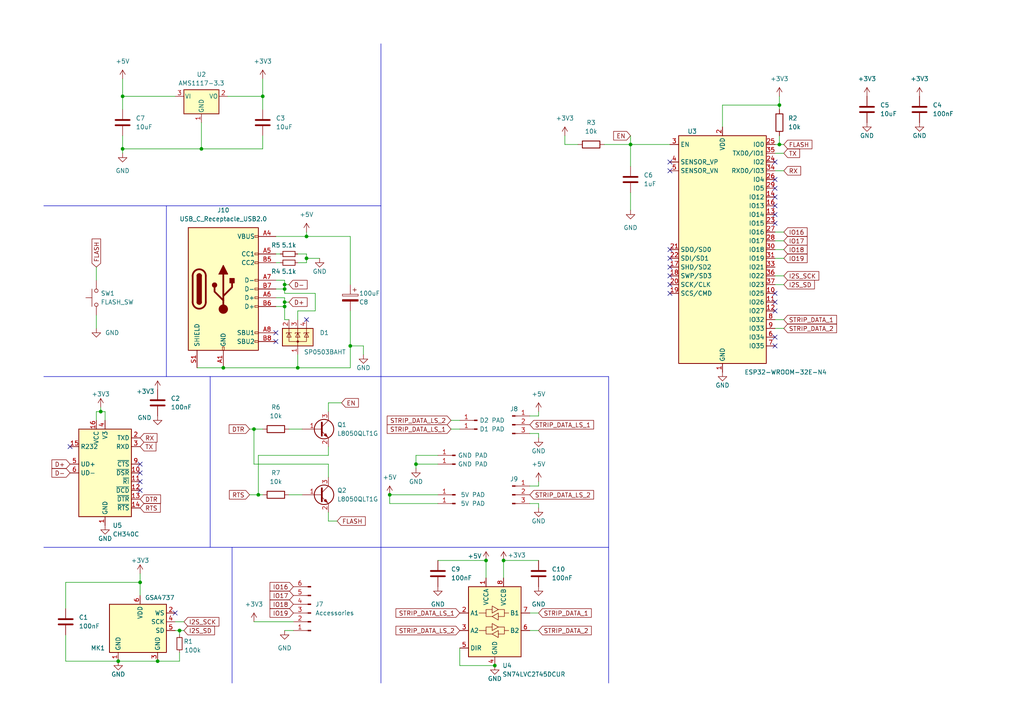
<source format=kicad_sch>
(kicad_sch (version 20231120) (generator "eeschema") (generator_version "8.0")
  (paper "A4")
  (title_block (title "USBWLEDC") (date "2024-12-23") (rev "1.2") (company "Yannik25"))
  (lib_symbols
    (symbol "+5V_1" (power) (pin_names (offset 0))
      (property "Value" "+5V_1" (at 0 3.556 0))
      (symbol "+5V_1_1_1"
        (pin power_in line (at 0 0 90) (length 0) hide (name "+5V") (number "1"))
      )
    )
    (symbol "+5V_2" (power) (pin_names (offset 0))
      (property "Value" "+5V_2" (at 0 3.556 0))
      (symbol "+5V_2_1_1"
        (pin power_in line (at 0 0 90) (length 0) hide (name "+5V") (number "1"))
      )
    )
    (symbol "Connector:Conn_01x01_Pin" (pin_names (offset 1.016) hide)
      (property "Reference" "J" (at 0 2.54 0))
      (property "Value" "Conn_01x01_Pin" (at 0 -2.54 0))
      (symbol "Conn_01x01_Pin_1_1"
        (pin passive line (at 5.08 0 180) (length 3.81) (name "Pin_1") (number "1"))
      )
    )
    (symbol "Connector:Conn_01x03_Pin" (pin_names (offset 1.016) hide)
      (property "Reference" "J" (at 0 5.08 0))
      (property "Value" "Conn_01x03_Pin" (at 0 -5.08 0))
      (symbol "Conn_01x03_Pin_1_1"
        (pin passive line (at 5.08 2.54 180) (length 3.81) (name "Pin_1") (number "1"))
        (pin passive line (at 5.08 0 180) (length 3.81) (name "Pin_2") (number "2"))
        (pin passive line (at 5.08 -2.54 180) (length 3.81) (name "Pin_3") (number "3"))
      )
    )
    (symbol "Connector:Conn_01x06_Pin" (pin_names (offset 1.016) hide)
      (property "Reference" "J" (at 0 7.62 0))
      (property "Value" "Conn_01x06_Pin" (at 0 -10.16 0))
      (symbol "Conn_01x06_Pin_1_1"
        (pin passive line (at 5.08 5.08 180) (length 3.81) (name "Pin_1") (number "1"))
        (pin passive line (at 5.08 2.54 180) (length 3.81) (name "Pin_2") (number "2"))
        (pin passive line (at 5.08 0 180) (length 3.81) (name "Pin_3") (number "3"))
        (pin passive line (at 5.08 -2.54 180) (length 3.81) (name "Pin_4") (number "4"))
        (pin passive line (at 5.08 -5.08 180) (length 3.81) (name "Pin_5") (number "5"))
        (pin passive line (at 5.08 -7.62 180) (length 3.81) (name "Pin_6") (number "6"))
      )
    )
    (symbol "Connector:USB_C_Receptacle_USB2.0" (pin_names (offset 1.016))
      (property "Reference" "J" (at -10.16 19.05 0))
      (property "Value" "USB_C_Receptacle_USB2.0" (at 19.05 19.05 0))
      (symbol "USB_C_Receptacle_USB2.0_1_1"
        (pin passive line (at 0 -22.86 90) (length 5.08) (name "GND") (number "A1"))
        (pin passive line (at 0 -22.86 90) (length 5.08) hide (name "GND") (number "A12"))
        (pin passive line (at 15.24 15.24 180) (length 5.08) (name "VBUS") (number "A4"))
        (pin bidirectional line (at 15.24 10.16 180) (length 5.08) (name "CC1") (number "A5"))
        (pin bidirectional line (at 15.24 -2.54 180) (length 5.08) (name "D+") (number "A6"))
        (pin bidirectional line (at 15.24 2.54 180) (length 5.08) (name "D-") (number "A7"))
        (pin bidirectional line (at 15.24 -12.7 180) (length 5.08) (name "SBU1") (number "A8"))
        (pin passive line (at 15.24 15.24 180) (length 5.08) hide (name "VBUS") (number "A9"))
        (pin passive line (at 0 -22.86 90) (length 5.08) hide (name "GND") (number "B1"))
        (pin passive line (at 0 -22.86 90) (length 5.08) hide (name "GND") (number "B12"))
        (pin passive line (at 15.24 15.24 180) (length 5.08) hide (name "VBUS") (number "B4"))
        (pin bidirectional line (at 15.24 7.62 180) (length 5.08) (name "CC2") (number "B5"))
        (pin bidirectional line (at 15.24 -5.08 180) (length 5.08) (name "D+") (number "B6"))
        (pin bidirectional line (at 15.24 0 180) (length 5.08) (name "D-") (number "B7"))
        (pin bidirectional line (at 15.24 -15.24 180) (length 5.08) (name "SBU2") (number "B8"))
        (pin passive line (at 15.24 15.24 180) (length 5.08) hide (name "VBUS") (number "B9"))
        (pin passive line (at -7.62 -22.86 90) (length 5.08) (name "SHIELD") (number "S1"))
      )
    )
    (symbol "Device:C" (pin_numbers hide) (pin_names (offset 0.254))
      (property "Reference" "C" (at 0.635 2.54 0))
      (property "Value" "C" (at 0.635 -2.54 0))
      (symbol "C_1_1"
        (pin passive line (at 0 3.81 270) (length 2.794) (name "~") (number "1"))
        (pin passive line (at 0 -3.81 90) (length 2.794) (name "~") (number "2"))
      )
    )
    (symbol "Device:C_Polarized" (pin_numbers hide) (pin_names (offset 0.254))
      (property "Reference" "C" (at 0.635 2.54 0))
      (property "Value" "C_Polarized" (at 0.635 -2.54 0))
      (symbol "C_Polarized_1_1"
        (pin passive line (at 0 3.81 270) (length 2.794) (name "~") (number "1"))
        (pin passive line (at 0 -3.81 90) (length 2.794) (name "~") (number "2"))
      )
    )
    (symbol "Device:R" (pin_numbers hide) (pin_names (offset 0))
      (property "Reference" "R" (at 2.032 0 90))
      (property "Value" "R" (at 0 0 90))
      (symbol "R_1_1"
        (pin passive line (at 0 3.81 270) (length 1.27) (name "~") (number "1"))
        (pin passive line (at 0 -3.81 90) (length 1.27) (name "~") (number "2"))
      )
    )
    (symbol "Device:R_Small" (pin_numbers hide) (pin_names (offset 0.254) hide)
      (property "Reference" "R" (at 0.762 0.508 0))
      (property "Value" "R_Small" (at 0.762 -1.016 0))
      (symbol "R_Small_1_1"
        (pin passive line (at 0 2.54 270) (length 0.762) (name "~") (number "1"))
        (pin passive line (at 0 -2.54 90) (length 0.762) (name "~") (number "2"))
      )
    )
    (symbol "GND_1" (power) (pin_names (offset 0))
      (property "Value" "GND_1" (at 0 -3.81 0))
      (symbol "GND_1_1_1"
        (pin power_in line (at 0 0 270) (length 0) hide (name "GND") (number "1"))
      )
    )
    (symbol "GND_2" (power) (pin_names (offset 0))
      (property "Value" "GND_2" (at 0 -3.81 0))
      (symbol "GND_2_1_1"
        (pin power_in line (at 0 0 270) (length 0) hide (name "GND") (number "1"))
      )
    )
    (symbol "GND_3" (power) (pin_names (offset 0))
      (property "Value" "GND_3" (at 0 -3.81 0))
      (symbol "GND_3_1_1"
        (pin power_in line (at 0 0 270) (length 0) hide (name "GND") (number "1"))
      )
    )
    (symbol "GND_4" (power) (pin_names (offset 0))
      (property "Value" "GND_4" (at 0 -3.81 0))
      (symbol "GND_4_1_1"
        (pin power_in line (at 0 0 270) (length 0) hide (name "GND") (number "1"))
      )
    )
    (symbol "GND_5" (power) (pin_names (offset 0))
      (property "Value" "GND_5" (at 0 -3.81 0))
      (symbol "GND_5_1_1"
        (pin power_in line (at 0 0 270) (length 0) hide (name "GND") (number "1"))
      )
    )
    (symbol "Interface_USB:CH340C"
      (property "Reference" "U" (at -5.08 13.97 0))
      (property "Value" "CH340C" (at 1.27 13.97 0))
      (symbol "CH340C_1_1"
        (pin power_in line (at 0 -15.24 90) (length 2.54) (name "GND") (number "1"))
        (pin input line (at 10.16 0 180) (length 2.54) (name "~{DSR}") (number "10"))
        (pin input line (at 10.16 -2.54 180) (length 2.54) (name "~{RI}") (number "11"))
        (pin input line (at 10.16 -5.08 180) (length 2.54) (name "~{DCD}") (number "12"))
        (pin output line (at 10.16 -7.62 180) (length 2.54) (name "~{DTR}") (number "13"))
        (pin output line (at 10.16 -10.16 180) (length 2.54) (name "~{RTS}") (number "14"))
        (pin input line (at -10.16 7.62 0) (length 2.54) (name "R232") (number "15"))
        (pin power_in line (at -2.54 15.24 270) (length 2.54) (name "VCC") (number "16"))
        (pin output line (at 10.16 10.16 180) (length 2.54) (name "TXD") (number "2"))
        (pin input line (at 10.16 7.62 180) (length 2.54) (name "RXD") (number "3"))
        (pin power_out line (at 0 15.24 270) (length 2.54) (name "V3") (number "4"))
        (pin bidirectional line (at -10.16 2.54 0) (length 2.54) (name "UD+") (number "5"))
        (pin bidirectional line (at -10.16 0 0) (length 2.54) (name "UD-") (number "6"))
        (pin no_connect line (at -7.62 -5.08 0) (length 2.54) hide (name "NC") (number "7"))
        (pin no_connect line (at -7.62 -7.62 0) (length 2.54) hide (name "NC") (number "8"))
        (pin input line (at 10.16 2.54 180) (length 2.54) (name "~{CTS}") (number "9"))
      )
    )
    (symbol "Logic_LevelTranslator:SN74LVC2T45DCUR"
      (property "Reference" "U" (at -6.35 11.43 0))
      (property "Value" "SN74LVC2T45DCUR" (at 3.81 11.43 0))
      (symbol "SN74LVC2T45DCUR_1_1"
        (pin power_in line (at -2.54 12.7 270) (length 2.54) (name "VCCA") (number "1"))
        (pin bidirectional line (at -10.16 2.54 0) (length 2.54) (name "A1") (number "2"))
        (pin bidirectional line (at -10.16 -2.54 0) (length 2.54) (name "A2") (number "3"))
        (pin power_in line (at 0 -12.7 90) (length 2.54) (name "GND") (number "4"))
        (pin input line (at -10.16 -7.62 0) (length 2.54) (name "DIR") (number "5"))
        (pin bidirectional line (at 10.16 -2.54 180) (length 2.54) (name "B2") (number "6"))
        (pin bidirectional line (at 10.16 2.54 180) (length 2.54) (name "B1") (number "7"))
        (pin power_in line (at 2.54 12.7 270) (length 2.54) (name "VCCB") (number "8"))
      )
    )
    (symbol "Power_Protection:SP0503BAHT" (pin_names hide)
      (property "Reference" "D" (at 5.715 2.54 0))
      (property "Value" "SP0503BAHT" (at 5.715 0.635 0))
      (symbol "SP0503BAHT_0_0"
        (pin passive line (at 0 -5.08 90) (length 2.54) (name "A") (number "1"))
      )
      (symbol "SP0503BAHT_1_1"
        (pin passive line (at -2.54 5.08 270) (length 2.54) (name "K") (number "2"))
        (pin passive line (at 0 5.08 270) (length 2.54) (name "K") (number "3"))
        (pin passive line (at 2.54 5.08 270) (length 2.54) (name "K") (number "4"))
      )
    )
    (symbol "RF_Module:ESP32-WROOM-32"
      (property "Reference" "U" (at -12.7 34.29 0))
      (property "Value" "ESP32-WROOM-32" (at 1.27 34.29 0))
      (symbol "ESP32-WROOM-32_1_1"
        (pin power_in line (at 0 -35.56 90) (length 2.54) (name "GND") (number "1"))
        (pin bidirectional line (at 15.24 -12.7 180) (length 2.54) (name "IO25") (number "10"))
        (pin bidirectional line (at 15.24 -15.24 180) (length 2.54) (name "IO26") (number "11"))
        (pin bidirectional line (at 15.24 -17.78 180) (length 2.54) (name "IO27") (number "12"))
        (pin bidirectional line (at 15.24 10.16 180) (length 2.54) (name "IO14") (number "13"))
        (pin bidirectional line (at 15.24 15.24 180) (length 2.54) (name "IO12") (number "14"))
        (pin passive line (at 0 -35.56 90) (length 2.54) hide (name "GND") (number "15"))
        (pin bidirectional line (at 15.24 12.7 180) (length 2.54) (name "IO13") (number "16"))
        (pin bidirectional line (at -15.24 -5.08 0) (length 2.54) (name "SHD/SD2") (number "17"))
        (pin bidirectional line (at -15.24 -7.62 0) (length 2.54) (name "SWP/SD3") (number "18"))
        (pin bidirectional line (at -15.24 -12.7 0) (length 2.54) (name "SCS/CMD") (number "19"))
        (pin power_in line (at 0 35.56 270) (length 2.54) (name "VDD") (number "2"))
        (pin bidirectional line (at -15.24 -10.16 0) (length 2.54) (name "SCK/CLK") (number "20"))
        (pin bidirectional line (at -15.24 0 0) (length 2.54) (name "SDO/SD0") (number "21"))
        (pin bidirectional line (at -15.24 -2.54 0) (length 2.54) (name "SDI/SD1") (number "22"))
        (pin bidirectional line (at 15.24 7.62 180) (length 2.54) (name "IO15") (number "23"))
        (pin bidirectional line (at 15.24 25.4 180) (length 2.54) (name "IO2") (number "24"))
        (pin bidirectional line (at 15.24 30.48 180) (length 2.54) (name "IO0") (number "25"))
        (pin bidirectional line (at 15.24 20.32 180) (length 2.54) (name "IO4") (number "26"))
        (pin bidirectional line (at 15.24 5.08 180) (length 2.54) (name "IO16") (number "27"))
        (pin bidirectional line (at 15.24 2.54 180) (length 2.54) (name "IO17") (number "28"))
        (pin bidirectional line (at 15.24 17.78 180) (length 2.54) (name "IO5") (number "29"))
        (pin input line (at -15.24 30.48 0) (length 2.54) (name "EN") (number "3"))
        (pin bidirectional line (at 15.24 0 180) (length 2.54) (name "IO18") (number "30"))
        (pin bidirectional line (at 15.24 -2.54 180) (length 2.54) (name "IO19") (number "31"))
        (pin no_connect line (at -12.7 -27.94 0) (length 2.54) hide (name "NC") (number "32"))
        (pin bidirectional line (at 15.24 -5.08 180) (length 2.54) (name "IO21") (number "33"))
        (pin bidirectional line (at 15.24 22.86 180) (length 2.54) (name "RXD0/IO3") (number "34"))
        (pin bidirectional line (at 15.24 27.94 180) (length 2.54) (name "TXD0/IO1") (number "35"))
        (pin bidirectional line (at 15.24 -7.62 180) (length 2.54) (name "IO22") (number "36"))
        (pin bidirectional line (at 15.24 -10.16 180) (length 2.54) (name "IO23") (number "37"))
        (pin passive line (at 0 -35.56 90) (length 2.54) hide (name "GND") (number "38"))
        (pin passive line (at 0 -35.56 90) (length 2.54) hide (name "GND") (number "39"))
        (pin input line (at -15.24 25.4 0) (length 2.54) (name "SENSOR_VP") (number "4"))
        (pin input line (at -15.24 22.86 0) (length 2.54) (name "SENSOR_VN") (number "5"))
        (pin input line (at 15.24 -25.4 180) (length 2.54) (name "IO34") (number "6"))
        (pin input line (at 15.24 -27.94 180) (length 2.54) (name "IO35") (number "7"))
        (pin bidirectional line (at 15.24 -20.32 180) (length 2.54) (name "IO32") (number "8"))
        (pin bidirectional line (at 15.24 -22.86 180) (length 2.54) (name "IO33") (number "9"))
      )
    )
    (symbol "Regulator_Linear:AMS1117-3.3" (pin_names (offset 0.254))
      (property "Reference" "U" (at -3.81 3.175 0))
      (property "Value" "AMS1117-3.3" (at 0 3.175 0))
      (symbol "AMS1117-3.3_1_1"
        (pin power_in line (at 0 -7.62 90) (length 2.54) (name "GND") (number "1"))
        (pin power_out line (at 7.62 0 180) (length 2.54) (name "VO") (number "2"))
        (pin power_in line (at -7.62 0 0) (length 2.54) (name "VI") (number "3"))
      )
    )
    (symbol "Switch:SW_Push" (pin_numbers hide) (pin_names (offset 1.016) hide)
      (property "Reference" "SW" (at 1.27 2.54 0))
      (property "Value" "SW_Push" (at 0 -1.524 0))
      (symbol "SW_Push_0_1"
        (pin passive line (at -5.08 0 0) (length 2.54) (name "1") (number "1"))
        (pin passive line (at 5.08 0 180) (length 2.54) (name "2") (number "2"))
      )
    )
    (symbol "Transistor_BJT:SS8050" (pin_names (offset 0) hide)
      (property "Reference" "Q" (at 5.08 1.905 0))
      (property "Value" "SS8050" (at 5.08 0 0))
      (symbol "SS8050_1_1"
        (pin input line (at -5.08 0 0) (length 5.715) (name "B") (number "1"))
        (pin passive line (at 2.54 -5.08 90) (length 2.54) (name "E") (number "2"))
        (pin passive line (at 2.54 5.08 270) (length 2.54) (name "C") (number "3"))
      )
    )
    (symbol "microphone:GSA4737"
      (property "Reference" "MK" (at 11.43 -6.35 0))
      (symbol "GSA4737_1_1"
        (pin power_in line (at -5.08 -10.16 90) (length 2.54) (name "GND") (number "1"))
        (pin input line (at 11.43 3.81 180) (length 2.54) (name "WS") (number "2"))
        (pin power_in line (at 6.35 -10.16 90) (length 2.54) (name "GND") (number "3"))
        (pin input line (at 11.43 1.27 180) (length 2.54) (name "SCK") (number "4"))
        (pin output line (at 11.43 -1.27 180) (length 2.54) (name "SD") (number "5"))
        (pin power_in line (at 1.27 8.89 270) (length 2.54) (name "VDD") (number "6"))
      )
    )
    (symbol "power:+3V3" (power) (pin_names (offset 0))
      (property "Value" "+3V3" (at 0 3.556 0))
      (symbol "+3V3_1_1"
        (pin power_in line (at 0 0 90) (length 0) hide (name "+3V3") (number "1"))
      )
    )
    (symbol "power:+5V" (power) (pin_names (offset 0))
      (property "Value" "+5V" (at 0 3.556 0))
      (symbol "+5V_1_1"
        (pin power_in line (at 0 0 90) (length 0) hide (name "+5V") (number "1"))
      )
    )
    (symbol "power:GND" (power) (pin_names (offset 0))
      (property "Value" "GND" (at 0 -3.81 0))
      (symbol "GND_1_1"
        (pin power_in line (at 0 0 270) (length 0) hide (name "GND") (number "1"))
      )
    )
  )
  (junction (at 226.06 30.48))
  (junction (at 146.05 162.56))
  (junction (at 88.9 68.58))
  (junction (at 64.77 106.68))
  (junction (at 82.55 83.82))
  (junction (at 88.9 74.93))
  (junction (at 82.55 82.55))
  (junction (at 113.03 143.51))
  (junction (at 120.65 134.62))
  (junction (at 226.06 41.91))
  (junction (at 34.29 191.77))
  (junction (at 29.21 119.38))
  (junction (at 182.88 41.91))
  (junction (at 52.07 182.88))
  (junction (at 35.56 43.18))
  (junction (at 40.64 168.91))
  (junction (at 74.93 143.51))
  (junction (at 76.2 27.94))
  (junction (at 143.51 193.04))
  (junction (at 86.36 106.68))
  (junction (at 35.56 27.94))
  (junction (at 140.97 162.56))
  (junction (at 45.72 191.77))
  (junction (at 82.55 88.9))
  (junction (at 82.55 87.63))
  (junction (at 101.6 100.33))
  (junction (at 73.66 124.46))
  (junction (at 58.42 43.18))
  (no_connect (at 80.01 99.06))
  (no_connect (at 224.79 64.77))
  (no_connect (at 224.79 54.61))
  (no_connect (at 194.31 72.39))
  (no_connect (at 194.31 80.01))
  (no_connect (at 224.79 62.23))
  (no_connect (at 194.31 46.99))
  (no_connect (at 224.79 90.17))
  (no_connect (at 224.79 59.69))
  (no_connect (at 40.64 137.16))
  (no_connect (at 50.8 177.8))
  (no_connect (at 194.31 77.47))
  (no_connect (at 40.64 142.24))
  (no_connect (at 194.31 85.09))
  (no_connect (at 224.79 85.09))
  (no_connect (at 224.79 52.07))
  (no_connect (at 194.31 74.93))
  (no_connect (at 20.32 129.54))
  (no_connect (at 194.31 49.53))
  (no_connect (at 224.79 87.63))
  (no_connect (at 224.79 100.33))
  (no_connect (at 40.64 139.7))
  (no_connect (at 80.01 96.52))
  (no_connect (at 40.64 134.62))
  (no_connect (at 224.79 57.15))
  (no_connect (at 88.9 92.71))
  (no_connect (at 224.79 97.79))
  (no_connect (at 224.79 46.99))
  (no_connect (at 194.31 82.55))
  (wire (pts (xy 153.67 177.8) (xy 156.21 177.8)))
  (wire (pts (xy 82.55 81.28) (xy 82.55 82.55)))
  (wire (pts (xy 140.97 167.64) (xy 140.97 162.56)))
  (wire (pts (xy 80.01 86.36) (xy 82.55 86.36)))
  (wire (pts (xy 156.21 140.97) (xy 156.21 139.7)))
  (wire (pts (xy 95.25 151.13) (xy 97.79 151.13)))
  (wire (pts (xy 101.6 106.68) (xy 86.36 106.68)))
  (wire (pts (xy 224.79 44.45) (xy 227.33 44.45)))
  (wire (pts (xy 153.67 140.97) (xy 156.21 140.97)))
  (wire (pts (xy 82.55 182.88) (xy 85.09 182.88)))
  (wire (pts (xy 127 132.08) (xy 120.65 132.08)))
  (wire (pts (xy 146.05 162.56) (xy 156.21 162.56)))
  (wire (pts (xy 82.55 85.09) (xy 91.44 85.09)))
  (wire (pts (xy 58.42 43.18) (xy 76.2 43.18)))
  (polyline (pts (xy 110.49 12.7) (xy 110.49 198.12)))
  (wire (pts (xy 113.03 146.05) (xy 127 146.05)))
  (wire (pts (xy 95.25 148.59) (xy 95.25 151.13)))
  (wire (pts (xy 120.65 134.62) (xy 127 134.62)))
  (wire (pts (xy 82.55 86.36) (xy 82.55 87.63)))
  (wire (pts (xy 156.21 125.73) (xy 153.67 125.73)))
  (polyline (pts (xy 60.96 109.22) (xy 60.96 158.75)))
  (wire (pts (xy 95.25 116.84) (xy 99.06 116.84)))
  (wire (pts (xy 226.06 27.94) (xy 226.06 30.48)))
  (wire (pts (xy 82.55 92.71) (xy 83.82 92.71)))
  (wire (pts (xy 19.05 168.91) (xy 40.64 168.91)))
  (wire (pts (xy 82.55 88.9) (xy 82.55 92.71)))
  (wire (pts (xy 224.79 67.31) (xy 227.33 67.31)))
  (polyline (pts (xy 48.26 59.69) (xy 48.26 109.22)))
  (wire (pts (xy 80.01 76.2) (xy 81.28 76.2)))
  (wire (pts (xy 82.55 82.55) (xy 82.55 83.82)))
  (wire (pts (xy 58.42 35.56) (xy 58.42 43.18)))
  (wire (pts (xy 163.83 41.91) (xy 167.64 41.91)))
  (wire (pts (xy 83.82 143.51) (xy 87.63 143.51)))
  (wire (pts (xy 224.79 49.53) (xy 227.33 49.53)))
  (wire (pts (xy 76.2 27.94) (xy 76.2 31.75)))
  (wire (pts (xy 156.21 147.32) (xy 156.21 146.05)))
  (wire (pts (xy 35.56 43.18) (xy 35.56 39.37)))
  (wire (pts (xy 74.93 143.51) (xy 76.2 143.51)))
  (wire (pts (xy 52.07 182.88) (xy 53.34 182.88)))
  (wire (pts (xy 91.44 85.09) (xy 91.44 90.17)))
  (wire (pts (xy 19.05 176.53) (xy 19.05 168.91)))
  (wire (pts (xy 226.06 41.91) (xy 227.33 41.91)))
  (wire (pts (xy 19.05 191.77) (xy 34.29 191.77)))
  (wire (pts (xy 88.9 74.93) (xy 92.71 74.93)))
  (wire (pts (xy 80.01 73.66) (xy 81.28 73.66)))
  (wire (pts (xy 88.9 74.93) (xy 88.9 76.2)))
  (wire (pts (xy 101.6 100.33) (xy 101.6 106.68)))
  (wire (pts (xy 88.9 73.66) (xy 88.9 74.93)))
  (wire (pts (xy 101.6 100.33) (xy 105.41 100.33)))
  (wire (pts (xy 29.21 118.11) (xy 29.21 119.38)))
  (wire (pts (xy 146.05 167.64) (xy 146.05 162.56)))
  (wire (pts (xy 73.66 124.46) (xy 76.2 124.46)))
  (wire (pts (xy 224.79 80.01) (xy 227.33 80.01)))
  (wire (pts (xy 101.6 68.58) (xy 101.6 82.55)))
  (wire (pts (xy 226.06 30.48) (xy 226.06 31.75)))
  (wire (pts (xy 224.79 92.71) (xy 227.33 92.71)))
  (wire (pts (xy 156.21 120.65) (xy 156.21 119.38)))
  (wire (pts (xy 120.65 132.08) (xy 120.65 134.62)))
  (wire (pts (xy 83.82 82.55) (xy 82.55 82.55)))
  (wire (pts (xy 133.35 193.04) (xy 143.51 193.04)))
  (wire (pts (xy 80.01 83.82) (xy 82.55 83.82)))
  (wire (pts (xy 35.56 31.75) (xy 35.56 27.94)))
  (wire (pts (xy 73.66 180.34) (xy 85.09 180.34)))
  (wire (pts (xy 224.79 41.91) (xy 226.06 41.91)))
  (wire (pts (xy 27.94 95.25) (xy 27.94 91.44)))
  (wire (pts (xy 80.01 88.9) (xy 82.55 88.9)))
  (wire (pts (xy 50.8 182.88) (xy 52.07 182.88)))
  (wire (pts (xy 76.2 22.86) (xy 76.2 27.94)))
  (wire (pts (xy 29.21 119.38) (xy 27.94 119.38)))
  (wire (pts (xy 224.79 95.25) (xy 227.33 95.25)))
  (wire (pts (xy 105.41 102.87) (xy 105.41 100.33)))
  (wire (pts (xy 74.93 132.08) (xy 74.93 143.51)))
  (wire (pts (xy 66.04 27.94) (xy 76.2 27.94)))
  (wire (pts (xy 140.97 162.56) (xy 127 162.56)))
  (wire (pts (xy 156.21 127) (xy 156.21 125.73)))
  (wire (pts (xy 52.07 182.88) (xy 52.07 184.15)))
  (wire (pts (xy 58.42 43.18) (xy 35.56 43.18)))
  (wire (pts (xy 156.21 146.05) (xy 153.67 146.05)))
  (wire (pts (xy 27.94 119.38) (xy 27.94 121.92)))
  (wire (pts (xy 83.82 87.63) (xy 82.55 87.63)))
  (wire (pts (xy 27.94 77.47) (xy 27.94 81.28)))
  (wire (pts (xy 73.66 134.62) (xy 73.66 124.46)))
  (wire (pts (xy 57.15 106.68) (xy 64.77 106.68)))
  (wire (pts (xy 30.48 119.38) (xy 29.21 119.38)))
  (wire (pts (xy 153.67 182.88) (xy 156.21 182.88)))
  (wire (pts (xy 182.88 41.91) (xy 182.88 48.26)))
  (wire (pts (xy 95.25 138.43) (xy 95.25 134.62)))
  (wire (pts (xy 209.55 30.48) (xy 226.06 30.48)))
  (wire (pts (xy 80.01 81.28) (xy 82.55 81.28)))
  (wire (pts (xy 226.06 39.37) (xy 226.06 41.91)))
  (wire (pts (xy 88.9 68.58) (xy 101.6 68.58)))
  (polyline (pts (xy 67.31 158.75) (xy 67.31 198.12)))
  (wire (pts (xy 40.64 168.91) (xy 40.64 172.72)))
  (wire (pts (xy 153.67 120.65) (xy 156.21 120.65)))
  (wire (pts (xy 86.36 90.17) (xy 86.36 92.71)))
  (wire (pts (xy 182.88 39.37) (xy 182.88 41.91)))
  (wire (pts (xy 209.55 36.83) (xy 209.55 30.48)))
  (wire (pts (xy 19.05 191.77) (xy 19.05 184.15)))
  (wire (pts (xy 88.9 67.31) (xy 88.9 68.58)))
  (polyline (pts (xy 12.7 109.22) (xy 176.53 109.22)))
  (polyline (pts (xy 176.53 158.75) (xy 176.53 198.12)))
  (polyline (pts (xy 12.7 59.69) (xy 110.49 59.69)))
  (wire (pts (xy 224.79 82.55) (xy 227.33 82.55)))
  (wire (pts (xy 72.39 143.51) (xy 74.93 143.51)))
  (wire (pts (xy 86.36 73.66) (xy 88.9 73.66)))
  (wire (pts (xy 82.55 87.63) (xy 82.55 88.9)))
  (wire (pts (xy 80.01 68.58) (xy 88.9 68.58)))
  (wire (pts (xy 95.25 119.38) (xy 95.25 116.84)))
  (wire (pts (xy 113.03 143.51) (xy 127 143.51)))
  (wire (pts (xy 224.79 74.93) (xy 227.33 74.93)))
  (wire (pts (xy 182.88 41.91) (xy 194.31 41.91)))
  (wire (pts (xy 76.2 43.18) (xy 76.2 39.37)))
  (wire (pts (xy 50.8 180.34) (xy 53.34 180.34)))
  (wire (pts (xy 35.56 43.18) (xy 35.56 44.45)))
  (wire (pts (xy 130.81 121.92) (xy 133.35 121.92)))
  (wire (pts (xy 113.03 143.51) (xy 113.03 146.05)))
  (polyline (pts (xy 12.7 158.75) (xy 176.53 158.75)))
  (wire (pts (xy 95.25 134.62) (xy 73.66 134.62)))
  (wire (pts (xy 130.81 124.46) (xy 133.35 124.46)))
  (wire (pts (xy 91.44 90.17) (xy 86.36 90.17)))
  (wire (pts (xy 224.79 72.39) (xy 227.33 72.39)))
  (wire (pts (xy 182.88 55.88) (xy 182.88 60.96)))
  (wire (pts (xy 34.29 191.77) (xy 45.72 191.77)))
  (wire (pts (xy 35.56 27.94) (xy 50.8 27.94)))
  (wire (pts (xy 101.6 90.17) (xy 101.6 100.33)))
  (wire (pts (xy 30.48 121.92) (xy 30.48 119.38)))
  (wire (pts (xy 95.25 129.54) (xy 95.25 132.08)))
  (wire (pts (xy 88.9 76.2) (xy 86.36 76.2)))
  (wire (pts (xy 175.26 41.91) (xy 182.88 41.91)))
  (polyline (pts (xy 176.53 109.22) (xy 176.53 158.75)))
  (wire (pts (xy 52.07 189.23) (xy 52.07 191.77)))
  (wire (pts (xy 133.35 187.96) (xy 133.35 193.04)))
  (wire (pts (xy 163.83 41.91) (xy 163.83 39.37)))
  (wire (pts (xy 224.79 69.85) (xy 227.33 69.85)))
  (wire (pts (xy 35.56 22.86) (xy 35.56 27.94)))
  (wire (pts (xy 86.36 102.87) (xy 86.36 106.68)))
  (wire (pts (xy 83.82 124.46) (xy 87.63 124.46)))
  (wire (pts (xy 120.65 134.62) (xy 120.65 135.89)))
  (wire (pts (xy 95.25 132.08) (xy 74.93 132.08)))
  (wire (pts (xy 45.72 191.77) (xy 52.07 191.77)))
  (wire (pts (xy 72.39 124.46) (xy 73.66 124.46)))
  (wire (pts (xy 40.64 166.37) (xy 40.64 168.91)))
  (wire (pts (xy 82.55 83.82) (xy 82.55 85.09)))
  (wire (pts (xy 86.36 106.68) (xy 64.77 106.68)))
  (global_label "IO19" (shape input) (at 227.33 74.93 0) (property "Intersheetrefs" "${INTERSHEET_REFS}" (effects (hide yes))))
  (global_label "FLASH" (shape input) (at 97.79 151.13 0) (property "Intersheetrefs" "${INTERSHEET_REFS}" (effects (hide yes))))
  (global_label "STRIP_DATA_LS_1" (shape input) (at 133.35 177.8 180) (property "Intersheetrefs" "${INTERSHEET_REFS}" (effects (hide yes))))
  (global_label "RX" (shape input) (at 40.64 127 0) (property "Intersheetrefs" "${INTERSHEET_REFS}" (effects (hide yes))))
  (global_label "D+" (shape input) (at 20.32 134.62 180) (property "Intersheetrefs" "${INTERSHEET_REFS}" (effects (hide yes))))
  (global_label "IO17" (shape input) (at 85.09 172.72 180) (property "Intersheetrefs" "${INTERSHEET_REFS}" (effects (hide yes))))
  (global_label "IO19" (shape input) (at 85.09 177.8 180) (property "Intersheetrefs" "${INTERSHEET_REFS}" (effects (hide yes))))
  (global_label "I2S_SD" (shape input) (at 53.34 182.88 0) (property "Intersheetrefs" "${INTERSHEET_REFS}" (effects (hide yes))))
  (global_label "DTR" (shape input) (at 72.39 124.46 180) (property "Intersheetrefs" "${INTERSHEET_REFS}" (effects (hide yes))))
  (global_label "IO18" (shape input) (at 85.09 175.26 180) (property "Intersheetrefs" "${INTERSHEET_REFS}" (effects (hide yes))))
  (global_label "RTS" (shape input) (at 40.64 147.32 0) (property "Intersheetrefs" "${INTERSHEET_REFS}" (effects (hide yes))))
  (global_label "TX" (shape input) (at 40.64 129.54 0) (property "Intersheetrefs" "${INTERSHEET_REFS}" (effects (hide yes))))
  (global_label "STRIP_DATA_LS_1" (shape input) (at 130.81 124.46 180) (property "Intersheetrefs" "${INTERSHEET_REFS}" (effects (hide yes))))
  (global_label "IO16" (shape input) (at 85.09 170.18 180) (property "Intersheetrefs" "${INTERSHEET_REFS}" (effects (hide yes))))
  (global_label "I2S_SD" (shape input) (at 227.33 82.55 0) (property "Intersheetrefs" "${INTERSHEET_REFS}" (effects (hide yes))))
  (global_label "RTS" (shape input) (at 72.39 143.51 180) (property "Intersheetrefs" "${INTERSHEET_REFS}" (effects (hide yes))))
  (global_label "FLASH" (shape input) (at 27.94 77.47 90) (property "Intersheetrefs" "${INTERSHEET_REFS}" (effects (hide yes))))
  (global_label "STRIP_DATA_1" (shape input) (at 227.33 92.71 0) (property "Intersheetrefs" "${INTERSHEET_REFS}" (effects (hide yes))))
  (global_label "STRIP_DATA_2" (shape input) (at 156.21 182.88 0) (property "Intersheetrefs" "${INTERSHEET_REFS}" (effects (hide yes))))
  (global_label "EN" (shape input) (at 99.06 116.84 0) (property "Intersheetrefs" "${INTERSHEET_REFS}" (effects (hide yes))))
  (global_label "I2S_SCK" (shape input) (at 227.33 80.01 0) (property "Intersheetrefs" "${INTERSHEET_REFS}" (effects (hide yes))))
  (global_label "RX" (shape input) (at 227.33 49.53 0) (property "Intersheetrefs" "${INTERSHEET_REFS}" (effects (hide yes))))
  (global_label "STRIP_DATA_LS_2" (shape input) (at 153.67 143.51 0) (property "Intersheetrefs" "${INTERSHEET_REFS}" (effects (hide yes))))
  (global_label "STRIP_DATA_LS_2" (shape input) (at 133.35 182.88 180) (property "Intersheetrefs" "${INTERSHEET_REFS}" (effects (hide yes))))
  (global_label "IO16" (shape input) (at 227.33 67.31 0) (property "Intersheetrefs" "${INTERSHEET_REFS}" (effects (hide yes))))
  (global_label "STRIP_DATA_LS_1" (shape input) (at 153.67 123.19 0) (property "Intersheetrefs" "${INTERSHEET_REFS}" (effects (hide yes))))
  (global_label "TX" (shape input) (at 227.33 44.45 0) (property "Intersheetrefs" "${INTERSHEET_REFS}" (effects (hide yes))))
  (global_label "IO17" (shape input) (at 227.33 69.85 0) (property "Intersheetrefs" "${INTERSHEET_REFS}" (effects (hide yes))))
  (global_label "D-" (shape input) (at 20.32 137.16 180) (property "Intersheetrefs" "${INTERSHEET_REFS}" (effects (hide yes))))
  (global_label "D+" (shape input) (at 83.82 87.63 0) (property "Intersheetrefs" "${INTERSHEET_REFS}" (effects (hide yes))))
  (global_label "STRIP_DATA_2" (shape input) (at 227.33 95.25 0) (property "Intersheetrefs" "${INTERSHEET_REFS}" (effects (hide yes))))
  (global_label "STRIP_DATA_LS_2" (shape input) (at 130.81 121.92 180) (property "Intersheetrefs" "${INTERSHEET_REFS}" (effects (hide yes))))
  (global_label "D-" (shape input) (at 83.82 82.55 0) (property "Intersheetrefs" "${INTERSHEET_REFS}" (effects (hide yes))))
  (global_label "DTR" (shape input) (at 40.64 144.78 0) (property "Intersheetrefs" "${INTERSHEET_REFS}" (effects (hide yes))))
  (global_label "IO18" (shape input) (at 227.33 72.39 0) (property "Intersheetrefs" "${INTERSHEET_REFS}" (effects (hide yes))))
  (global_label "STRIP_DATA_1" (shape input) (at 156.21 177.8 0) (property "Intersheetrefs" "${INTERSHEET_REFS}" (effects (hide yes))))
  (global_label "EN" (shape input) (at 182.88 39.37 180) (property "Intersheetrefs" "${INTERSHEET_REFS}" (effects (hide yes))))
  (global_label "I2S_SCK" (shape input) (at 53.34 180.34 0) (property "Intersheetrefs" "${INTERSHEET_REFS}" (effects (hide yes))))
  (global_label "FLASH" (shape input) (at 227.33 41.91 0) (property "Intersheetrefs" "${INTERSHEET_REFS}" (effects (hide yes))))
  (symbol (lib_id "Connector:Conn_01x03_Pin") (at 148.59 123.19 0) (unit 1)
    (property "Reference" "J8" (at 149.098 118.618 0))
    (property "Value" "Conn_01x03_Pin" (effects (hide yes)))
    (property "Footprint" "Connector_PinHeader_2.54mm:PinHeader_1x03_P2.54mm_Vertical" (effects (hide yes)))
    (property "Description" "Generic connector, single row, 01x03, script generated" (effects (hide yes)))
  )
  (symbol (lib_name "GND_4") (lib_id "power:GND") (at 156.21 127 0) (unit 1)
    (property "Reference" "#PWR031" (effects (hide yes)))
    (property "Value" "GND" (at 156.21 130.81 0))
  )
  (symbol (lib_id "power:+3V3") (at 29.21 118.11 0) (unit 1)
    (property "Reference" "#PWR018" (effects (hide yes)))
    (property "Value" "+3V3" (at 29.21 114.3 0))
  )
  (symbol (lib_name "GND_1") (lib_id "power:GND") (at 105.41 102.87 0) (unit 1)
    (property "Reference" "#PWR014" (effects (hide yes)))
    (property "Value" "GND" (at 105.41 106.68 0))
  )
  (symbol (lib_name "GND_5") (lib_id "power:GND") (at 82.55 182.88 0) (unit 1)
    (property "Reference" "#PWR021" (effects (hide yes)))
    (property "Value" "GND" (at 82.55 187.96 0))
  )
  (symbol (lib_name "GND_2") (lib_id "power:GND") (at 30.48 152.4 0) (unit 1)
    (property "Reference" "#PWR019" (effects (hide yes)))
    (property "Value" "GND" (at 30.48 156.21 0))
  )
  (symbol (lib_id "power:GND") (at 27.94 95.25 0) (unit 1)
    (property "Reference" "#PWR011" (effects (hide yes)))
    (property "Value" "GND" (at 30.48 96.52 0) (effects (justify left)))
  )
  (symbol (lib_id "power:+3V3") (at 266.7 27.94 0) (unit 1)
    (property "Reference" "#PWR05" (effects (hide yes)))
    (property "Value" "+3V3" (at 266.7 22.86 0))
  )
  (symbol (lib_id "Connector:Conn_01x01_Pin") (at 132.08 146.05 180) (unit 1)
    (property "Reference" "J1" (effects (hide yes)))
    (property "Value" "5V PAD" (at 137.16 146.05 0))
    (property "Footprint" "Library:SolderWirePad_1x01_SMD_3x6mm" (effects (hide yes)))
  )
  (symbol (lib_id "Logic_LevelTranslator:SN74LVC2T45DCUR") (at 143.51 180.34 0) (unit 1)
    (property "Reference" "U4" (at 145.7041 193.04 0) (effects (justify left)))
    (property "Value" "SN74LVC2T45DCUR" (at 145.7041 195.58 0) (effects (justify left)))
    (property "Footprint" "Package_SO:VSSOP-8_2.3x2mm_P0.5mm" (effects (hide yes)))
    (property "Datasheet" "http://www.ti.com/lit/ds/symlink/sn74lvc2t45.pdf" (effects (hide yes)))
    (property "Description" "Dual-Bit Dual-Supply Bus Transceiver With Configurable Voltage Translation and 3-State Outputs, VSSOP-8" (effects (hide yes)))
    (property "LCSC" "C15741" (effects (hide yes)))
  )
  (symbol (lib_name "GND_1") (lib_id "power:GND") (at 34.29 191.77 0) (unit 1)
    (property "Reference" "#PWR027" (effects (hide yes)))
    (property "Value" "GND" (at 34.29 195.58 0))
  )
  (symbol (lib_name "+5V_2") (lib_id "power:+5V") (at 113.03 143.51 0) (unit 1)
    (property "Reference" "#PWR016" (effects (hide yes)))
    (property "Value" "+5V" (at 113.03 138.43 0))
  )
  (symbol (lib_id "Interface_USB:CH340C") (at 30.48 137.16 0) (unit 1)
    (property "Reference" "U5" (at 32.6741 152.4 0) (effects (justify left)))
    (property "Value" "CH340C" (at 32.6741 154.94 0) (effects (justify left)))
    (property "Footprint" "Package_SO:SOIC-16_3.9x9.9mm_P1.27mm" (effects (hide yes)))
    (property "Datasheet" "https://datasheet.lcsc.com/szlcsc/Jiangsu-Qin-Heng-CH340C_C84681.pdf" (effects (hide yes)))
    (property "Description" "USB serial converter, crystal-less, UART, SOIC-16" (effects (hide yes)))
    (property "LCSC" "C84681" (effects (hide yes)))
  )
  (symbol (lib_name "+5V_2") (lib_id "power:+5V") (at 156.21 139.7 0) (unit 1)
    (property "Reference" "#PWR033" (effects (hide yes)))
    (property "Value" "+5V" (at 156.21 134.62 0))
  )
  (symbol (lib_id "Device:C") (at 45.72 116.84 180) (unit 1)
    (property "Reference" "C2" (at 49.53 115.57 0) (effects (justify right)))
    (property "Value" "100nF" (at 49.53 118.11 0) (effects (justify right)))
    (property "Footprint" "Capacitor_SMD:C_0402_1005Metric" (effects (hide yes)))
    (property "MPN" "C1525" (effects (hide yes)))
    (property "LCSC" "C1525" (effects (hide yes)))
  )
  (symbol (lib_id "Switch:SW_Push") (at 27.94 86.36 90) (unit 1)
    (property "Reference" "SW1" (at 29.21 85.09 90) (effects (justify right)))
    (property "Value" "FLASH_SW" (at 29.21 87.63 90) (effects (justify right)))
    (property "Footprint" "Button_Switch_SMD:SW_Push_1P1T_XKB_TS-1187A" (effects (hide yes)))
    (property "MPN" "C318884" (effects (hide yes)))
    (property "LCSC" "C318884" (effects (hide yes)))
  )
  (symbol (lib_id "Connector:Conn_01x01_Pin") (at 132.08 143.51 180) (unit 1)
    (property "Reference" "J4" (effects (hide yes)))
    (property "Value" "5V PAD" (at 137.16 143.51 0))
    (property "Footprint" "Library:SolderWirePad_1x01_SMD_3x6mm" (effects (hide yes)))
  )
  (symbol (lib_name "GND_4") (lib_id "power:GND") (at 120.65 135.89 0) (unit 1)
    (property "Reference" "#PWR017" (effects (hide yes)))
    (property "Value" "GND" (at 120.65 139.7 0))
  )
  (symbol (lib_id "Connector:Conn_01x01_Pin") (at 132.08 132.08 180) (unit 1)
    (property "Reference" "J3" (effects (hide yes)))
    (property "Value" "GND PAD" (at 137.16 132.08 0))
    (property "Footprint" "Library:SolderWirePad_1x01_SMD_3x6mm" (effects (hide yes)))
  )
  (symbol (lib_id "power:+5V") (at 35.56 22.86 0) (unit 1)
    (property "Reference" "#PWR01" (effects (hide yes)))
    (property "Value" "+5V" (at 35.56 17.78 0))
  )
  (symbol (lib_id "power:GND") (at 35.56 44.45 0) (unit 1)
    (property "Reference" "#PWR08" (effects (hide yes)))
    (property "Value" "GND" (at 35.56 49.53 0))
  )
  (symbol (lib_name "+5V_1") (lib_id "power:+5V") (at 88.9 67.31 0) (unit 1)
    (property "Reference" "#PWR012" (effects (hide yes)))
    (property "Value" "+5V" (at 88.9 62.23 0))
  )
  (symbol (lib_id "Device:C") (at 156.21 166.37 0) (unit 1)
    (property "Reference" "C10" (at 160.02 165.0999 0) (effects (justify left)))
    (property "Value" "100nF" (at 160.02 167.6399 0) (effects (justify left)))
    (property "Footprint" "Capacitor_SMD:C_0402_1005Metric" (effects (hide yes)))
    (property "MPN" "C1525" (effects (hide yes)))
    (property "LCSC" "C1525" (effects (hide yes)))
  )
  (symbol (lib_id "power:+3V3") (at 226.06 27.94 0) (unit 1)
    (property "Reference" "#PWR03" (effects (hide yes)))
    (property "Value" "+3V3" (at 226.06 22.86 0))
  )
  (symbol (lib_name "GND_3") (lib_id "power:GND") (at 251.46 35.56 0) (unit 1)
    (property "Reference" "#PWR06" (effects (hide yes)))
    (property "Value" "GND" (at 251.46 39.37 0))
  )
  (symbol (lib_name "GND_5") (lib_id "power:GND") (at 156.21 170.18 0) (unit 1)
    (property "Reference" "#PWR020" (effects (hide yes)))
    (property "Value" "GND" (at 156.21 175.26 0))
  )
  (symbol (lib_id "Transistor_BJT:SS8050") (at 92.71 143.51 0) (unit 1)
    (property "Reference" "Q2" (at 97.79 142.2399 0) (effects (justify left)))
    (property "Value" "L8050QLT1G" (at 97.79 144.7799 0) (effects (justify left)))
    (property "Footprint" "Package_TO_SOT_SMD:SOT-23" (effects (hide yes)))
    (property "Datasheet" "http://www.secosgmbh.com/datasheet/products/SSMPTransistor/SOT-23/SS8050.pdf" (effects (hide yes)))
    (property "Description" "General Purpose NPN Transistor, 1.5A Ic, 25V Vce, SOT-23" (effects (hide yes)))
    (property "MPN" "C49581" (effects (hide yes)))
    (property "LCSC" "C49581" (effects (hide yes)))
  )
  (symbol (lib_id "Device:C") (at 266.7 31.75 180) (unit 1)
    (property "Reference" "C4" (at 270.51 30.48 0) (effects (justify right)))
    (property "Value" "100nF" (at 270.51 33.02 0) (effects (justify right)))
    (property "Footprint" "Capacitor_SMD:C_0402_1005Metric" (effects (hide yes)))
    (property "MPN" "C1525" (effects (hide yes)))
    (property "LCSC" "C1525" (effects (hide yes)))
  )
  (symbol (lib_id "Connector:USB_C_Receptacle_USB2.0") (at 64.77 83.82 0) (unit 1)
    (property "Reference" "J10" (at 64.77 60.96 0))
    (property "Value" "USB_C_Receptacle_USB2.0" (at 64.77 63.5 0))
    (property "Footprint" "Connector_USB:USB_C_Receptacle_G-Switch_GT-USB-7010ASV" (effects (hide yes)))
    (property "Datasheet" "https://www.usb.org/sites/default/files/documents/usb_type-c.zip" (effects (hide yes)))
    (property "MPN" "C2988369" (effects (hide yes)))
    (property "LCSC" "C2988369" (effects (hide yes)))
  )
  (symbol (lib_id "Device:C") (at 182.88 52.07 0) (unit 1)
    (property "Reference" "C6" (at 186.69 50.8 0) (effects (justify left)))
    (property "Value" "1uF" (at 186.69 53.34 0) (effects (justify left)))
    (property "Footprint" "Capacitor_SMD:C_0402_1005Metric" (effects (hide yes)))
    (property "MPN" "C52923" (effects (hide yes)))
    (property "LCSC" "C52923" (effects (hide yes)))
  )
  (symbol (lib_id "power:+3V3") (at 163.83 39.37 0) (unit 1)
    (property "Reference" "#PWR07" (effects (hide yes)))
    (property "Value" "+3V3" (at 163.83 34.29 0))
  )
  (symbol (lib_id "Power_Protection:SP0503BAHT") (at 86.36 97.79 0) (unit 1)
    (property "Reference" "D1" (at 92.71 96.5199 0) (effects (justify left)))
    (property "Value" "SP0503BAHT" (at 88.138 102.108 0) (effects (justify left)))
    (property "Footprint" "Package_TO_SOT_SMD:SOT-143" (effects (hide yes)))
    (property "Datasheet" "http://www.littelfuse.com/~/media/files/littelfuse/technical%20resources/documents/data%20sheets/sp05xxba.pdf" (effects (hide yes)))
    (property "Description" "TVS Diode Array, 5.5V Standoff, 3 Channels, SOT-143 package" (effects (hide yes)))
    (property "MPN" "C2682275" (effects (hide yes)))
    (property "LCSC" "C2682275" (effects (hide yes)))
  )
  (symbol (lib_id "Device:C") (at 35.56 35.56 0) (unit 1)
    (property "Reference" "C7" (at 39.37 34.29 0) (effects (justify left)))
    (property "Value" "10uF" (at 39.37 36.83 0) (effects (justify left)))
    (property "Footprint" "Capacitor_SMD:C_0603_1608Metric" (effects (hide yes)))
    (property "MPN" "C96446" (effects (hide yes)))
    (property "LCSC" "C96446" (effects (hide yes)))
  )
  (symbol (lib_id "power:+3V3") (at 45.72 113.03 0) (unit 1)
    (property "Reference" "#PWR024" (effects (hide yes)))
    (property "Value" "+3V3" (at 42.164 113.538 0))
  )
  (symbol (lib_id "Device:R") (at 80.01 124.46 90) (unit 1)
    (property "Reference" "R6" (at 80.01 118.11 90))
    (property "Value" "10k" (at 80.01 120.65 90))
    (property "Footprint" "Resistor_SMD:R_0402_1005Metric" (effects (hide yes)))
    (property "MPN" "C1525" (effects (hide yes)))
    (property "LCSC" "C1525" (effects (hide yes)))
  )
  (symbol (lib_id "Device:R") (at 80.01 143.51 90) (unit 1)
    (property "Reference" "R7" (at 80.01 137.16 90))
    (property "Value" "10k" (at 80.01 139.7 90))
    (property "Footprint" "Resistor_SMD:R_0402_1005Metric" (effects (hide yes)))
    (property "MPN" "C1525" (effects (hide yes)))
    (property "LCSC" "C1525" (effects (hide yes)))
  )
  (symbol (lib_name "GND_3") (lib_id "power:GND") (at 209.55 107.95 0) (unit 1)
    (property "Reference" "#PWR013" (effects (hide yes)))
    (property "Value" "GND" (at 209.55 111.76 0))
  )
  (symbol (lib_name "GND_2") (lib_id "power:GND") (at 45.72 120.65 0) (unit 1)
    (property "Reference" "#PWR025" (effects (hide yes)))
    (property "Value" "GND" (at 41.91 121.158 0))
  )
  (symbol (lib_name "+5V_1") (lib_id "power:+5V") (at 140.97 162.56 0) (unit 1)
    (property "Reference" "#PWR029" (effects (hide yes)))
    (property "Value" "+5V" (at 137.668 161.29 0))
  )
  (symbol (lib_id "Device:R") (at 226.06 35.56 180) (unit 1)
    (property "Reference" "R2" (at 228.6 34.2899 0) (effects (justify right)))
    (property "Value" "10k" (at 228.6 36.8299 0) (effects (justify right)))
    (property "Footprint" "Resistor_SMD:R_0402_1005Metric" (effects (hide yes)))
    (property "MPN" "C1525" (effects (hide yes)))
    (property "LCSC" "C1525" (effects (hide yes)))
  )
  (symbol (lib_id "Connector:Conn_01x03_Pin") (at 148.59 143.51 0) (unit 1)
    (property "Reference" "J9" (at 149.098 138.938 0))
    (property "Value" "Conn_01x03_Pin" (effects (hide yes)))
    (property "Footprint" "Connector_PinHeader_2.54mm:PinHeader_1x03_P2.54mm_Vertical" (effects (hide yes)))
    (property "Description" "Generic connector, single row, 01x03, script generated" (effects (hide yes)))
  )
  (symbol (lib_id "Device:C") (at 19.05 180.34 0) (unit 1)
    (property "Reference" "C1" (at 22.86 179.07 0) (effects (justify left)))
    (property "Value" "100nF" (at 22.86 181.61 0) (effects (justify left)))
    (property "Footprint" "Capacitor_SMD:C_0402_1005Metric" (effects (hide yes)))
    (property "MPN" "C1525" (effects (hide yes)))
    (property "LCSC" "C1525" (effects (hide yes)))
  )
  (symbol (lib_name "GND_3") (lib_id "power:GND") (at 266.7 35.56 0) (unit 1)
    (property "Reference" "#PWR023" (effects (hide yes)))
    (property "Value" "GND" (at 266.7 39.37 0))
  )
  (symbol (lib_id "microphone:GSA4737") (at 39.37 181.61 0) (unit 1)
    (property "Reference" "MK1" (at 30.48 187.96 0) (effects (justify right)))
    (property "Value" "GSA4737" (at 46.355 173.355 0))
    (property "Footprint" "microphone:Microphone-6pin" (effects (hide yes)))
    (property "MPN" "C5142171" (effects (hide yes)))
    (property "LCSC" "C5142171" (effects (hide yes)))
  )
  (symbol (lib_id "Device:C") (at 127 166.37 0) (unit 1)
    (property "Reference" "C9" (at 130.81 165.0999 0) (effects (justify left)))
    (property "Value" "100nF" (at 130.81 167.6399 0) (effects (justify left)))
    (property "Footprint" "Capacitor_SMD:C_0402_1005Metric" (effects (hide yes)))
    (property "MPN" "C1525" (effects (hide yes)))
    (property "LCSC" "C1525" (effects (hide yes)))
  )
  (symbol (lib_id "power:GND") (at 182.88 60.96 0) (unit 1)
    (property "Reference" "#PWR09" (effects (hide yes)))
    (property "Value" "GND" (at 182.88 66.04 0))
  )
  (symbol (lib_id "Device:R_Small") (at 83.82 76.2 90) (unit 1)
    (property "Reference" "R4" (at 80.01 78.74 90))
    (property "Value" "5.1k" (at 83.82 78.74 90))
    (property "Footprint" "Resistor_SMD:R_0603_1608Metric" (effects (hide yes)))
    (property "MPN" "C23186" (effects (hide yes)))
    (property "LCSC" "C23186" (effects (hide yes)))
  )
  (symbol (lib_id "power:+3V3") (at 146.05 162.56 0) (unit 1)
    (property "Reference" "#PWR030" (effects (hide yes)))
    (property "Value" "+3V3" (at 149.86 161.036 0))
  )
  (symbol (lib_id "RF_Module:ESP32-WROOM-32") (at 209.55 72.39 0) (unit 1)
    (property "Reference" "U3" (at 199.39 38.1 0) (effects (justify left)))
    (property "Value" "ESP32-WROOM-32E-N4" (at 215.9 107.95 0) (effects (justify left)))
    (property "Footprint" "RF_Module:ESP32-WROOM-32E" (effects (hide yes)))
    (property "Datasheet" "https://www.espressif.com/sites/default/files/documentation/esp32-wroom-32e_esp32-wroom-32ue_datasheet_en.pdf" (effects (hide yes)))
    (property "MPN" "C701341" (effects (hide yes)))
    (property "LCSC" "C701341" (effects (hide yes)))
  )
  (symbol (lib_name "GND_5") (lib_id "power:GND") (at 143.51 193.04 0) (unit 1)
    (property "Reference" "#PWR015" (effects (hide yes)))
    (property "Value" "GND" (at 143.51 196.85 0))
  )
  (symbol (lib_id "power:+3V3") (at 40.64 166.37 0) (unit 1)
    (property "Reference" "#PWR026" (effects (hide yes)))
    (property "Value" "+3V3" (at 40.64 162.56 0))
  )
  (symbol (lib_id "Connector:Conn_01x06_Pin") (at 90.17 177.8 180) (unit 1)
    (property "Reference" "J7" (at 91.44 175.26 0) (effects (justify right)))
    (property "Value" "Accessories" (at 91.44 177.8 0) (effects (justify right)))
    (property "Footprint" "Connector_PinHeader_2.54mm:PinHeader_1x06_P2.54mm_Vertical" (effects (hide yes)))
  )
  (symbol (lib_id "Connector:Conn_01x01_Pin") (at 132.08 134.62 180) (unit 1)
    (property "Reference" "J6" (effects (hide yes)))
    (property "Value" "GND PAD" (at 137.16 134.62 0))
    (property "Footprint" "Library:SolderWirePad_1x01_SMD_3x6mm" (effects (hide yes)))
  )
  (symbol (lib_name "GND_5") (lib_id "power:GND") (at 127 170.18 0) (unit 1)
    (property "Reference" "#PWR028" (effects (hide yes)))
    (property "Value" "GND" (at 127 175.26 0))
  )
  (symbol (lib_name "+5V_2") (lib_id "power:+5V") (at 156.21 119.38 0) (unit 1)
    (property "Reference" "#PWR032" (effects (hide yes)))
    (property "Value" "+5V" (at 156.21 114.3 0))
  )
  (symbol (lib_id "Device:R_Small") (at 83.82 73.66 90) (unit 1)
    (property "Reference" "R5" (at 80.01 71.12 90))
    (property "Value" "5.1k" (at 83.82 71.12 90))
    (property "Footprint" "Resistor_SMD:R_0603_1608Metric" (effects (hide yes)))
    (property "MPN" "C23186" (effects (hide yes)))
    (property "LCSC" "C23186" (effects (hide yes)))
  )
  (symbol (lib_id "Device:R_Small") (at 52.07 186.69 180) (unit 1)
    (property "Reference" "R1" (at 54.61 186.055 0))
    (property "Value" "100k" (at 55.88 188.595 0))
    (property "Footprint" "Resistor_SMD:R_0402_1005Metric" (effects (hide yes)))
    (property "MPN" "C25741" (effects (hide yes)))
    (property "LCSC" "C25741" (effects (hide yes)))
  )
  (symbol (lib_id "Device:C") (at 76.2 35.56 0) (unit 1)
    (property "Reference" "C3" (at 80.01 34.29 0) (effects (justify left)))
    (property "Value" "10uF" (at 80.01 36.83 0) (effects (justify left)))
    (property "Footprint" "Capacitor_SMD:C_0603_1608Metric" (effects (hide yes)))
    (property "MPN" "C96446" (effects (hide yes)))
    (property "LCSC" "C96446" (effects (hide yes)))
  )
  (symbol (lib_id "Transistor_BJT:SS8050") (at 92.71 124.46 0) (unit 1)
    (property "Reference" "Q1" (at 97.79 123.1899 0) (effects (justify left)))
    (property "Value" "L8050QLT1G" (at 97.79 125.7299 0) (effects (justify left)))
    (property "Footprint" "Package_TO_SOT_SMD:SOT-23" (effects (hide yes)))
    (property "Datasheet" "http://www.secosgmbh.com/datasheet/products/SSMPTransistor/SOT-23/SS8050.pdf" (effects (hide yes)))
    (property "Description" "General Purpose NPN Transistor, 1.5A Ic, 25V Vce, SOT-23" (effects (hide yes)))
    (property "MPN" "C49581" (effects (hide yes)))
    (property "LCSC" "C49581" (effects (hide yes)))
  )
  (symbol (lib_id "power:+3V3") (at 73.66 180.34 0) (unit 1)
    (property "Reference" "#PWR022" (effects (hide yes)))
    (property "Value" "+3V3" (at 73.66 175.26 0))
  )
  (symbol (lib_name "GND_4") (lib_id "power:GND") (at 156.21 147.32 0) (unit 1)
    (property "Reference" "#PWR034" (effects (hide yes)))
    (property "Value" "GND" (at 156.21 151.13 0))
  )
  (symbol (lib_id "Device:C") (at 251.46 31.75 0) (unit 1)
    (property "Reference" "C5" (at 255.27 30.48 0) (effects (justify left)))
    (property "Value" "10uF" (at 255.27 33.02 0) (effects (justify left)))
    (property "Footprint" "Capacitor_SMD:C_0603_1608Metric" (effects (hide yes)))
    (property "MPN" "C96446" (effects (hide yes)))
    (property "LCSC" "C96446" (effects (hide yes)))
  )
  (symbol (lib_id "power:+3V3") (at 251.46 27.94 0) (unit 1)
    (property "Reference" "#PWR04" (effects (hide yes)))
    (property "Value" "+3V3" (at 251.46 22.86 0))
  )
  (symbol (lib_id "Regulator_Linear:AMS1117-3.3") (at 58.42 27.94 0) (unit 1)
    (property "Reference" "U2" (at 58.42 21.59 0))
    (property "Value" "AMS1117-3.3" (at 58.42 24.13 0))
    (property "Footprint" "Package_TO_SOT_SMD:SOT-223-3_TabPin2" (effects (hide yes)))
    (property "MPN" "C6186" (effects (hide yes)))
    (property "LCSC" "C6186" (effects (hide yes)))
  )
  (symbol (lib_name "GND_1") (lib_id "power:GND") (at 92.71 74.93 0) (unit 1)
    (property "Reference" "#PWR010" (effects (hide yes)))
    (property "Value" "GND" (at 92.71 78.74 0))
  )
  (symbol (lib_id "Device:C_Polarized") (at 101.6 86.36 0) (mirror y) (unit 1)
    (property "Reference" "C8" (at 104.14 87.63 0) (effects (justify right)))
    (property "Value" "100uF" (at 104.14 85.09 0) (effects (justify right)))
    (property "Footprint" "Capacitor_SMD:CP_Elec_5x5.4" (effects (hide yes)))
    (property "MPN" "C7469983" (effects (hide yes)))
    (property "LCSC" "C7469983" (effects (hide yes)))
  )
  (symbol (lib_id "Connector:Conn_01x01_Pin") (at 138.43 121.92 180) (unit 1)
    (property "Reference" "J5" (effects (hide yes)))
    (property "Value" "D2 PAD" (at 142.748 121.92 0))
    (property "Footprint" "Library:SolderWirePad_1x01_SMD_3x6mm" (effects (hide yes)))
  )
  (symbol (lib_id "power:+3V3") (at 76.2 22.86 0) (unit 1)
    (property "Reference" "#PWR02" (effects (hide yes)))
    (property "Value" "+3V3" (at 76.2 17.78 0))
  )
  (symbol (lib_id "Connector:Conn_01x01_Pin") (at 138.43 124.46 180) (unit 1)
    (property "Reference" "J2" (effects (hide yes)))
    (property "Value" "D1 PAD" (at 142.748 124.46 0))
    (property "Footprint" "Library:SolderWirePad_1x01_SMD_3x6mm" (effects (hide yes)))
  )
  (symbol (lib_id "Device:R") (at 171.45 41.91 90) (unit 1)
    (property "Reference" "R3" (at 171.45 35.56 90))
    (property "Value" "10k" (at 171.45 38.1 90))
    (property "Footprint" "Resistor_SMD:R_0402_1005Metric" (effects (hide yes)))
    (property "MPN" "C1525" (effects (hide yes)))
    (property "LCSC" "C1525" (effects (hide yes)))
  )
)
</source>
